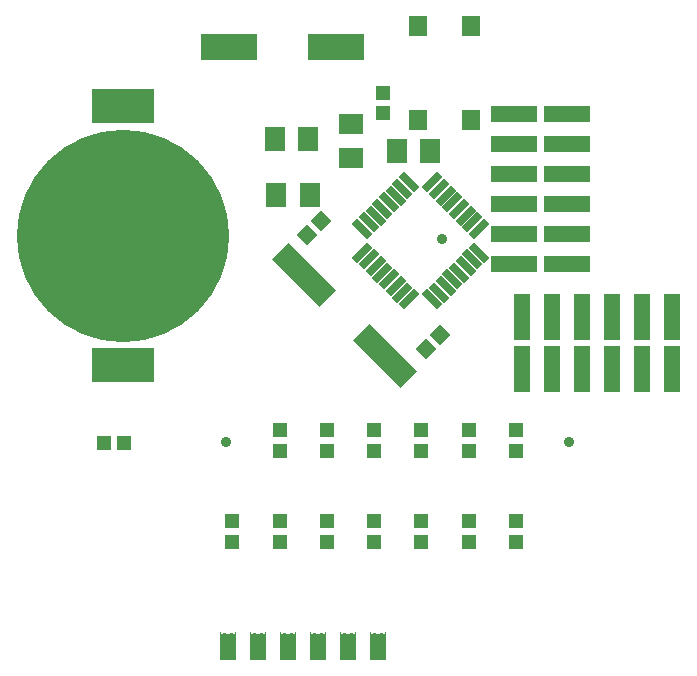
<source format=gbr>
%TF.GenerationSoftware,Novarm,DipTrace,3.0.0.2*%
%TF.CreationDate,2016-12-19T10:05:57+01:00*%
%FSLAX26Y26*%
%MOIN*%
%TF.FileFunction,Soldermask,Top*%
%TF.Part,Single*%
%AMOUTLINE1*
4,1,4,
-0.001392,-0.034799,
-0.034799,-0.001392,
0.001392,0.034799,
0.034799,0.001392,
-0.001392,-0.034799,
0*%
%AMOUTLINE4*
4,1,15,
-0.027559,-0.043307,
-0.027559,0.056047,
-0.019685,0.040299,
-0.015748,0.048173,
-0.011811,0.040299,
-0.007874,0.048173,
-0.003937,0.040299,
0.0,0.048173,
0.003937,0.040299,
0.007874,0.048173,
0.011811,0.040299,
0.015748,0.048173,
0.019685,0.040299,
0.027559,0.056047,
0.027559,-0.043307,
-0.027559,-0.043307,
0*%
%AMOUTLINE7*
4,1,4,
-0.016703,-0.036191,
-0.036191,-0.016703,
0.016703,0.036191,
0.036191,0.016703,
-0.016703,-0.036191,
0*%
%AMOUTLINE10*
4,1,4,
-0.036191,0.016703,
-0.016703,0.036191,
0.036191,-0.016703,
0.016703,-0.036191,
-0.036191,0.016703,
0*%
%AMOUTLINE13*
4,1,4,
0.051501,-0.107179,
-0.107179,0.051501,
-0.051501,0.107179,
0.107179,-0.051501,
0.051501,-0.107179,
0*%
%ADD44R,0.059055X0.068898*%
%ADD46R,0.057874X0.152756*%
%ADD48R,0.152756X0.057874*%
%ADD50R,0.047244X0.051181*%
%ADD52R,0.051181X0.047244*%
%ADD54R,0.070866X0.07874*%
%ADD56R,0.185039X0.090551*%
%ADD58R,0.07874X0.070866*%
%ADD60C,0.707874*%
%ADD62R,0.207874X0.117717*%
%ADD64C,0.035433*%
%ADD70OUTLINE1*%
%ADD73OUTLINE4*%
%ADD76OUTLINE7*%
%ADD79OUTLINE10*%
%ADD82OUTLINE13*%
G75*
G01*
%LPD*%
D64*
X2755906Y1200787D3*
X1614173D3*
X2332677Y1877953D3*
D62*
X1270146Y2321504D3*
Y1456543D3*
D60*
Y1889024D3*
D58*
X2032112Y2149302D3*
Y2259538D3*
D56*
X1624895Y2516991D3*
X1979226D3*
D54*
X2184505Y2172432D3*
X2294741D3*
X1782375Y2024783D3*
X1892612D3*
X1776856Y2211908D3*
X1887092D3*
D70*
X1931913Y1938358D3*
X1884588Y1891033D3*
X2328319Y1559403D3*
X2280993Y1512077D3*
D52*
X1206755Y1196703D3*
X1273684D3*
D50*
X1792937Y1172604D3*
Y1239533D3*
X1950417Y1172604D3*
Y1239533D3*
X2107898Y1172604D3*
Y1239533D3*
X2265378Y1172604D3*
Y1239533D3*
X2422858Y1172604D3*
Y1239533D3*
X2580339Y1172604D3*
Y1239533D3*
D48*
X2749306Y1794535D3*
Y1894535D3*
Y1994535D3*
Y2094535D3*
Y2194535D3*
Y2294535D3*
X2574503D3*
Y2194535D3*
Y2094535D3*
Y1994535D3*
Y1894535D3*
Y1794535D3*
D46*
X2599306Y1444535D3*
X2699306D3*
X2799306D3*
X2899306D3*
X2999306D3*
X3099306D3*
Y1619339D3*
X2999306D3*
X2899306D3*
X2799306D3*
X2699306D3*
X2599306D3*
D73*
X2120079Y518146D3*
X2020079D3*
X1920079D3*
X1820079D3*
X1720079D3*
X1620079D3*
D50*
X2136944Y2298396D3*
Y2365325D3*
X1635457Y936383D3*
Y869454D3*
X1792937Y936383D3*
Y869454D3*
X1950417Y936383D3*
Y869454D3*
X2107898Y936383D3*
Y869454D3*
X2265378Y936383D3*
Y869454D3*
X2422858Y936383D3*
Y869454D3*
X2580339Y936383D3*
Y869454D3*
D44*
X2254816Y2274606D3*
Y2587598D3*
X2431982Y2274606D3*
Y2587598D3*
D76*
X2068134Y1832728D3*
X2090406Y1810457D3*
X2112676Y1788185D3*
X2134948Y1765915D3*
X2157218Y1743643D3*
X2179490Y1721373D3*
X2201760Y1699101D3*
X2224031Y1676831D3*
D79*
X2301980D3*
X2324251Y1699101D3*
X2346522Y1721373D3*
X2368794Y1743643D3*
X2391064Y1765915D3*
X2413336Y1788185D3*
X2435606Y1810457D3*
X2457878Y1832728D3*
D76*
Y1910676D3*
X2435606Y1932948D3*
X2413336Y1955219D3*
X2391064Y1977490D3*
X2368794Y1999761D3*
X2346522Y2022031D3*
X2324251Y2044303D3*
X2301980Y2066573D3*
D79*
X2224031D3*
X2201760Y2044303D3*
X2179490Y2022031D3*
X2157218Y1999761D3*
X2134948Y1977490D3*
X2112676Y1955219D3*
X2090406Y1932948D3*
X2068134Y1910676D3*
D82*
X2143983Y1488438D3*
X1875282Y1757138D3*
M02*

</source>
